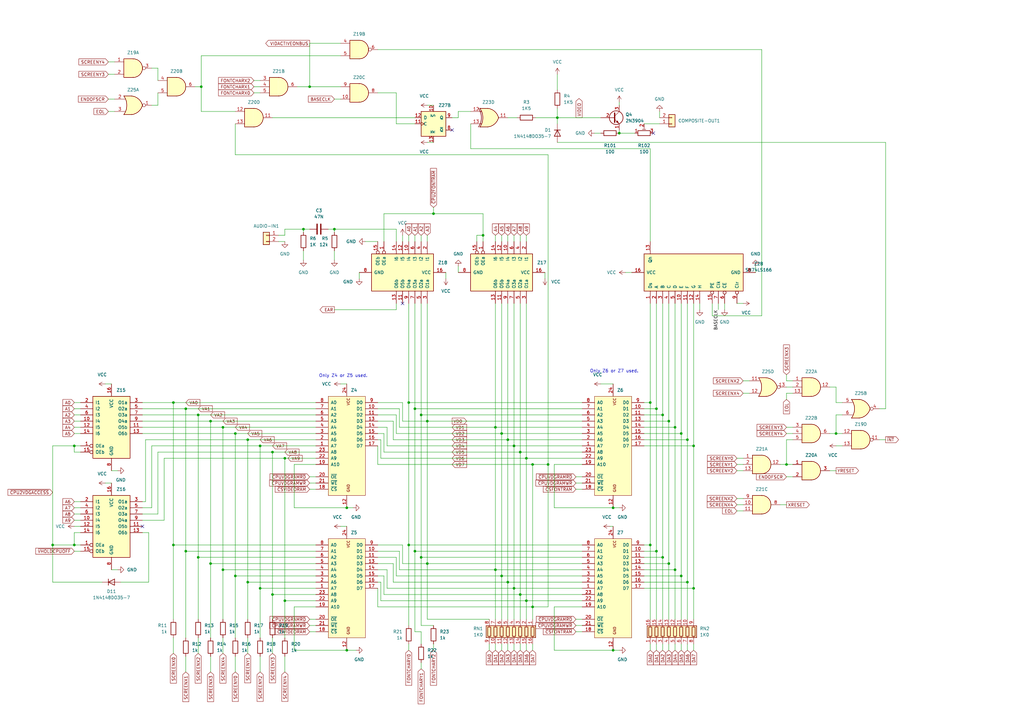
<source format=kicad_sch>
(kicad_sch (version 20211123) (generator eeschema)
  (paper "A3")
  (title_block (title "ACE2NOKB") (date "2019-09-17") (rev "Beta") (company "Ontobus") (comment 1 "John Bradley") (comment 2 "https://creativecommons.org/licenses/by-nc-sa/4.0/") (comment 3 "Attribution-NonCommercial-ShareAlike 4.0 International License.") (comment 4 "This work is licensed under a Creative Commons "))
  (junction (at 30.48 182.88))
  (junction (at 215.9 246.38))
  (junction (at 101.6 238.76))
  (junction (at 81.28 228.6))
  (junction (at 203.2 175.26))
  (junction (at 266.7 223.52))
  (junction (at 71.12 165.1))
  (junction (at 172.72 228.6))
  (junction (at 177.8 87.63))
  (junction (at 251.46 266.7))
  (junction (at 215.9 187.96))
  (junction (at 91.44 233.68))
  (junction (at 274.32 231.14))
  (junction (at 96.52 236.22))
  (junction (at 322.58 190.5))
  (junction (at 142.24 208.28))
  (junction (at 266.7 165.1))
  (junction (at 208.28 238.76))
  (junction (at 172.72 170.18))
  (junction (at 30.48 223.52))
  (junction (at 127 35.56))
  (junction (at 116.84 187.96))
  (junction (at 269.24 226.06))
  (junction (at 276.86 175.26))
  (junction (at 82.55 35.56))
  (junction (at 106.68 182.88))
  (junction (at 281.94 238.76))
  (junction (at 210.82 241.3))
  (junction (at 213.36 185.42))
  (junction (at 279.4 236.22))
  (junction (at 96.52 177.8))
  (junction (at 213.36 243.84))
  (junction (at 210.82 182.88))
  (junction (at 228.6 48.26))
  (junction (at 218.44 190.5))
  (junction (at 71.12 223.52))
  (junction (at 251.46 208.28))
  (junction (at 86.36 231.14))
  (junction (at 271.78 170.18))
  (junction (at 274.32 172.72))
  (junction (at 284.48 182.88))
  (junction (at 76.2 226.06))
  (junction (at 198.12 96.52))
  (junction (at 205.74 177.8))
  (junction (at 203.2 233.68))
  (junction (at 224.79 190.5))
  (junction (at 167.64 165.1))
  (junction (at 170.18 167.64))
  (junction (at 208.28 180.34))
  (junction (at 281.94 180.34))
  (junction (at 91.44 175.26))
  (junction (at 124.46 93.98))
  (junction (at 116.84 246.38))
  (junction (at 142.24 266.7))
  (junction (at 106.68 241.3))
  (junction (at 254 54.61))
  (junction (at 271.78 228.6))
  (junction (at 205.74 236.22))
  (junction (at 111.76 185.42))
  (junction (at 111.76 243.84))
  (junction (at 21.59 223.52))
  (junction (at 276.86 233.68))
  (junction (at 81.28 170.18))
  (junction (at 170.18 226.06))
  (junction (at 269.24 167.64))
  (junction (at 175.26 231.14))
  (junction (at 279.4 177.8))
  (junction (at 175.26 172.72))
  (junction (at 342.9 177.8))
  (junction (at 167.64 223.52))
  (junction (at 86.36 172.72))
  (junction (at 137.16 93.98))
  (junction (at 76.2 167.64))
  (junction (at 218.44 248.92))
  (junction (at 101.6 180.34))
  (junction (at 284.48 241.3))
  (no_connect (at 267.97 54.61))
  (no_connect (at 58.42 215.9))
  (no_connect (at 165.1 124.46))
  (no_connect (at 185.42 53.34))
  (wire (pts (xy 177.8 87.63) (xy 198.12 87.63)))
  (wire (pts (xy 254 54.61) (xy 260.35 54.61)))
  (wire (pts (xy 154.94 248.92) (xy 218.44 248.92)))
  (wire (pts (xy 264.16 172.72) (xy 274.32 172.72)))
  (wire (pts (xy 157.48 243.84) (xy 157.48 236.22)))
  (wire (pts (xy 129.54 243.84) (xy 111.76 243.84)))
  (wire (pts (xy 208.28 238.76) (xy 208.28 254)))
  (wire (pts (xy 213.36 185.42) (xy 213.36 243.84)))
  (wire (pts (xy 162.56 50.8) (xy 170.18 50.8)))
  (wire (pts (xy 59.69 205.74) (xy 59.69 180.34)))
  (wire (pts (xy 345.44 182.88) (xy 342.9 182.88)))
  (wire (pts (xy 274.32 231.14) (xy 274.32 254)))
  (wire (pts (xy 254 53.34) (xy 254 54.61)))
  (wire (pts (xy 215.9 187.96) (xy 156.21 187.96)))
  (wire (pts (xy 238.76 182.88) (xy 210.82 182.88)))
  (wire (pts (xy 213.36 243.84) (xy 157.48 243.84)))
  (wire (pts (xy 312.42 20.32) (xy 312.42 129.54)))
  (wire (pts (xy 228.6 58.42) (xy 363.22 58.42)))
  (wire (pts (xy 266.7 223.52) (xy 266.7 254)))
  (wire (pts (xy 120.65 208.28) (xy 142.24 208.28)))
  (wire (pts (xy 71.12 165.1) (xy 129.54 165.1)))
  (wire (pts (xy 33.02 170.18) (xy 30.48 170.18)))
  (wire (pts (xy 116.84 93.98) (xy 124.46 93.98)))
  (wire (pts (xy 264.16 226.06) (xy 269.24 226.06)))
  (wire (pts (xy 325.12 190.5) (xy 322.58 190.5)))
  (wire (pts (xy 342.9 165.1) (xy 345.44 165.1)))
  (wire (pts (xy 269.24 264.16) (xy 269.24 266.7)))
  (wire (pts (xy 302.26 204.47) (xy 304.8 204.47)))
  (wire (pts (xy 82.55 35.56) (xy 82.55 45.72)))
  (wire (pts (xy 238.76 187.96) (xy 215.9 187.96)))
  (wire (pts (xy 58.42 177.8) (xy 96.52 177.8)))
  (wire (pts (xy 210.82 182.88) (xy 210.82 241.3)))
  (wire (pts (xy 340.36 158.75) (xy 342.9 158.75)))
  (wire (pts (xy 96.52 177.8) (xy 96.52 236.22)))
  (wire (pts (xy 162.56 170.18) (xy 154.94 170.18)))
  (wire (pts (xy 187.96 45.72) (xy 193.04 45.72)))
  (wire (pts (xy 146.05 266.7) (xy 142.24 266.7)))
  (wire (pts (xy 161.29 172.72) (xy 161.29 180.34)))
  (wire (pts (xy 161.29 231.14) (xy 161.29 238.76)))
  (wire (pts (xy 162.56 50.8) (xy 162.56 38.1)))
  (wire (pts (xy 127 256.54) (xy 129.54 256.54)))
  (wire (pts (xy 76.2 226.06) (xy 76.2 261.62)))
  (wire (pts (xy 264.16 223.52) (xy 266.7 223.52)))
  (wire (pts (xy 30.48 223.52) (xy 33.02 223.52)))
  (wire (pts (xy 111.76 48.26) (xy 170.18 48.26)))
  (wire (pts (xy 238.76 170.18) (xy 172.72 170.18)))
  (wire (pts (xy 129.54 170.18) (xy 81.28 170.18)))
  (wire (pts (xy 161.29 238.76) (xy 208.28 238.76)))
  (wire (pts (xy 81.28 228.6) (xy 81.28 254)))
  (wire (pts (xy 129.54 226.06) (xy 76.2 226.06)))
  (wire (pts (xy 238.76 246.38) (xy 215.9 246.38)))
  (wire (pts (xy 266.7 124.46) (xy 266.7 165.1)))
  (wire (pts (xy 228.6 44.45) (xy 228.6 48.26)))
  (wire (pts (xy 58.42 213.36) (xy 67.31 213.36)))
  (wire (pts (xy 238.76 226.06) (xy 170.18 226.06)))
  (wire (pts (xy 134.62 93.98) (xy 137.16 93.98)))
  (wire (pts (xy 162.56 127) (xy 137.16 127)))
  (wire (pts (xy 284.48 124.46) (xy 284.48 182.88)))
  (wire (pts (xy 157.48 87.63) (xy 177.8 87.63)))
  (wire (pts (xy 251.46 208.28) (xy 254 208.28)))
  (wire (pts (xy 213.36 185.42) (xy 157.48 185.42)))
  (wire (pts (xy 266.7 60.96) (xy 193.04 60.96)))
  (wire (pts (xy 187.96 48.26) (xy 187.96 45.72)))
  (wire (pts (xy 264.16 177.8) (xy 279.4 177.8)))
  (wire (pts (xy 172.72 259.08) (xy 170.18 259.08)))
  (wire (pts (xy 266.7 264.16) (xy 266.7 266.7)))
  (wire (pts (xy 101.6 238.76) (xy 101.6 254)))
  (wire (pts (xy 342.9 177.8) (xy 345.44 177.8)))
  (wire (pts (xy 264.16 228.6) (xy 271.78 228.6)))
  (wire (pts (xy 127 254) (xy 129.54 254)))
  (wire (pts (xy 175.26 124.46) (xy 175.26 172.72)))
  (wire (pts (xy 154.94 231.14) (xy 161.29 231.14)))
  (wire (pts (xy 238.76 248.92) (xy 227.33 248.92)))
  (wire (pts (xy 208.28 238.76) (xy 238.76 238.76)))
  (wire (pts (xy 33.02 226.06) (xy 30.48 226.06)))
  (wire (pts (xy 96.52 50.8) (xy 96.52 63.5)))
  (wire (pts (xy 111.76 185.42) (xy 111.76 243.84)))
  (wire (pts (xy 236.22 195.58) (xy 238.76 195.58)))
  (wire (pts (xy 81.28 170.18) (xy 81.28 228.6)))
  (wire (pts (xy 129.54 228.6) (xy 81.28 228.6)))
  (wire (pts (xy 224.79 248.92) (xy 224.79 190.5)))
  (wire (pts (xy 58.42 165.1) (xy 71.12 165.1)))
  (wire (pts (xy 167.64 165.1) (xy 167.64 223.52)))
  (wire (pts (xy 218.44 264.16) (xy 218.44 266.7)))
  (wire (pts (xy 116.84 99.06) (xy 114.3 99.06)))
  (wire (pts (xy 264.16 241.3) (xy 284.48 241.3)))
  (wire (pts (xy 33.02 205.74) (xy 30.48 205.74)))
  (wire (pts (xy 33.02 185.42) (xy 30.48 185.42)))
  (wire (pts (xy 198.12 96.52) (xy 198.12 87.63)))
  (wire (pts (xy 116.84 96.52) (xy 116.84 93.98)))
  (wire (pts (xy 224.79 63.5) (xy 224.79 190.5)))
  (wire (pts (xy 59.69 180.34) (xy 101.6 180.34)))
  (wire (pts (xy 96.52 269.24) (xy 96.52 275.59)))
  (wire (pts (xy 276.86 124.46) (xy 276.86 175.26)))
  (wire (pts (xy 86.36 172.72) (xy 86.36 231.14)))
  (wire (pts (xy 129.54 231.14) (xy 86.36 231.14)))
  (wire (pts (xy 154.94 167.64) (xy 163.83 167.64)))
  (wire (pts (xy 111.76 261.62) (xy 111.76 267.97)))
  (wire (pts (xy 302.26 207.01) (xy 304.8 207.01)))
  (wire (pts (xy 264.16 175.26) (xy 276.86 175.26)))
  (wire (pts (xy 165.1 99.06) (xy 165.1 96.52)))
  (wire (pts (xy 213.36 99.06) (xy 213.36 96.52)))
  (wire (pts (xy 86.36 269.24) (xy 86.36 275.59)))
  (wire (pts (xy 157.48 87.63) (xy 157.48 99.06)))
  (wire (pts (xy 21.59 182.88) (xy 21.59 223.52)))
  (wire (pts (xy 238.76 241.3) (xy 210.82 241.3)))
  (wire (pts (xy 215.9 124.46) (xy 215.9 187.96)))
  (wire (pts (xy 163.83 233.68) (xy 203.2 233.68)))
  (wire (pts (xy 264.16 167.64) (xy 269.24 167.64)))
  (wire (pts (xy 251.46 266.7) (xy 227.33 266.7)))
  (wire (pts (xy 269.24 226.06) (xy 269.24 254)))
  (wire (pts (xy 187.96 111.76) (xy 187.96 109.22)))
  (wire (pts (xy 223.52 111.76) (xy 223.52 114.3)))
  (wire (pts (xy 215.9 264.16) (xy 215.9 266.7)))
  (wire (pts (xy 292.1 129.54) (xy 312.42 129.54)))
  (wire (pts (xy 205.74 124.46) (xy 205.74 177.8)))
  (wire (pts (xy 205.74 236.22) (xy 205.74 254)))
  (wire (pts (xy 238.76 228.6) (xy 172.72 228.6)))
  (wire (pts (xy 91.44 233.68) (xy 91.44 254)))
  (wire (pts (xy 254 266.7) (xy 251.46 266.7)))
  (wire (pts (xy 210.82 264.16) (xy 210.82 266.7)))
  (wire (pts (xy 210.82 182.88) (xy 158.75 182.88)))
  (wire (pts (xy 279.4 124.46) (xy 279.4 177.8)))
  (wire (pts (xy 33.02 210.82) (xy 30.48 210.82)))
  (wire (pts (xy 302.26 190.5) (xy 304.8 190.5)))
  (wire (pts (xy 322.58 195.58) (xy 325.12 195.58)))
  (wire (pts (xy 129.54 233.68) (xy 91.44 233.68)))
  (wire (pts (xy 154.94 248.92) (xy 154.94 241.3)))
  (wire (pts (xy 76.2 269.24) (xy 76.2 275.59)))
  (wire (pts (xy 208.28 99.06) (xy 208.28 96.52)))
  (wire (pts (xy 307.34 156.21) (xy 304.8 156.21)))
  (wire (pts (xy 238.76 200.66) (xy 236.22 200.66)))
  (wire (pts (xy 210.82 241.3) (xy 210.82 254)))
  (wire (pts (xy 58.42 172.72) (xy 86.36 172.72)))
  (wire (pts (xy 302.26 193.04) (xy 304.8 193.04)))
  (wire (pts (xy 342.9 158.75) (xy 342.9 165.1)))
  (wire (pts (xy 279.4 264.16) (xy 279.4 266.7)))
  (wire (pts (xy 325.12 177.8) (xy 322.58 177.8)))
  (wire (pts (xy 127 198.12) (xy 129.54 198.12)))
  (wire (pts (xy 156.21 180.34) (xy 154.94 180.34)))
  (wire (pts (xy 58.42 218.44) (xy 60.96 218.44)))
  (wire (pts (xy 156.21 187.96) (xy 156.21 180.34)))
  (wire (pts (xy 238.76 165.1) (xy 167.64 165.1)))
  (wire (pts (xy 167.64 99.06) (xy 167.64 96.52)))
  (wire (pts (xy 322.58 158.75) (xy 325.12 158.75)))
  (wire (pts (xy 124.46 95.25) (xy 124.46 93.98)))
  (wire (pts (xy 33.02 177.8) (xy 30.48 177.8)))
  (wire (pts (xy 101.6 180.34) (xy 101.6 238.76)))
  (wire (pts (xy 215.9 99.06) (xy 215.9 96.52)))
  (wire (pts (xy 116.84 246.38) (xy 116.84 261.62)))
  (wire (pts (xy 71.12 261.62) (xy 71.12 267.97)))
  (wire (pts (xy 170.18 167.64) (xy 170.18 124.46)))
  (wire (pts (xy 269.24 124.46) (xy 269.24 167.64)))
  (wire (pts (xy 127 200.66) (xy 129.54 200.66)))
  (wire (pts (xy 137.16 106.68) (xy 137.16 102.87)))
  (wire (pts (xy 46.99 45.72) (xy 44.45 45.72)))
  (wire (pts (xy 30.48 223.52) (xy 30.48 218.44)))
  (wire (pts (xy 21.59 223.52) (xy 21.59 238.76)))
  (wire (pts (xy 322.58 161.29) (xy 325.12 161.29)))
  (wire (pts (xy 62.23 182.88) (xy 106.68 182.88)))
  (wire (pts (xy 213.36 124.46) (xy 213.36 185.42)))
  (wire (pts (xy 215.9 246.38) (xy 215.9 254)))
  (wire (pts (xy 274.32 264.16) (xy 274.32 266.7)))
  (wire (pts (xy 205.74 99.06) (xy 205.74 96.52)))
  (wire (pts (xy 208.28 180.34) (xy 238.76 180.34)))
  (wire (pts (xy 30.48 182.88) (xy 21.59 182.88)))
  (wire (pts (xy 129.54 248.92) (xy 120.65 248.92)))
  (wire (pts (xy 116.84 269.24) (xy 116.84 275.59)))
  (wire (pts (xy 269.24 167.64) (xy 269.24 226.06)))
  (wire (pts (xy 127 35.56) (xy 139.7 35.56)))
  (wire (pts (xy 106.68 182.88) (xy 129.54 182.88)))
  (wire (pts (xy 342.9 170.18) (xy 345.44 170.18)))
  (wire (pts (xy 82.55 45.72) (xy 96.52 45.72)))
  (wire (pts (xy 340.36 193.04) (xy 342.9 193.04)))
  (wire (pts (xy 45.72 157.48) (xy 43.18 157.48)))
  (wire (pts (xy 106.68 33.02) (xy 104.14 33.02)))
  (wire (pts (xy 238.76 190.5) (xy 227.33 190.5)))
  (wire (pts (xy 363.22 167.64) (xy 360.68 167.64)))
  (wire (pts (xy 203.2 175.26) (xy 203.2 233.68)))
  (wire (pts (xy 147.32 111.76) (xy 147.32 114.3)))
  (wire (pts (xy 142.24 208.28) (xy 144.78 208.28)))
  (wire (pts (xy 154.94 190.5) (xy 154.94 182.88)))
  (wire (pts (xy 156.21 238.76) (xy 154.94 238.76)))
  (wire (pts (xy 67.31 187.96) (xy 116.84 187.96)))
  (wire (pts (xy 64.77 27.94) (xy 64.77 33.02)))
  (wire (pts (xy 121.92 35.56) (xy 127 35.56)))
  (wire (pts (xy 238.76 223.52) (xy 167.64 223.52)))
  (wire (pts (xy 163.83 226.06) (xy 163.83 233.68)))
  (wire (pts (xy 129.54 241.3) (xy 106.68 241.3)))
  (wire (pts (xy 129.54 190.5) (xy 120.65 190.5)))
  (wire (pts (xy 157.48 177.8) (xy 154.94 177.8)))
  (wire (pts (xy 264.16 50.8) (xy 270.51 50.8)))
  (wire (pts (xy 91.44 175.26) (xy 91.44 233.68)))
  (wire (pts (xy 259.08 111.76) (xy 256.54 111.76)))
  (wire (pts (xy 45.72 198.12) (xy 43.18 198.12)))
  (wire (pts (xy 195.58 96.52) (xy 198.12 96.52)))
  (wire (pts (xy 274.32 172.72) (xy 274.32 231.14)))
  (wire (pts (xy 281.94 180.34) (xy 281.94 238.76)))
  (wire (pts (xy 279.4 177.8) (xy 279.4 236.22)))
  (wire (pts (xy 340.36 177.8) (xy 342.9 177.8)))
  (wire (pts (xy 165.1 165.1) (xy 154.94 165.1)))
  (wire (pts (xy 154.94 172.72) (xy 161.29 172.72)))
  (wire (pts (xy 276.86 175.26) (xy 276.86 233.68)))
  (wire (pts (xy 129.54 223.52) (xy 71.12 223.52)))
  (wire (pts (xy 137.16 93.98) (xy 162.56 93.98)))
  (wire (pts (xy 236.22 198.12) (xy 238.76 198.12)))
  (wire (pts (xy 203.2 233.68) (xy 203.2 254)))
  (wire (pts (xy 322.58 156.21) (xy 325.12 156.21)))
  (wire (pts (xy 320.04 190.5) (xy 322.58 190.5)))
  (wire (pts (xy 172.72 170.18) (xy 172.72 124.46)))
  (wire (pts (xy 167.64 223.52) (xy 167.64 256.54)))
  (wire (pts (xy 264.16 182.88) (xy 284.48 182.88)))
  (wire (pts (xy 154.94 38.1) (xy 162.56 38.1)))
  (wire (pts (xy 96.52 63.5) (xy 224.79 63.5)))
  (wire (pts (xy 163.83 167.64) (xy 163.83 175.26)))
  (wire (pts (xy 71.12 165.1) (xy 71.12 223.52)))
  (wire (pts (xy 208.28 264.16) (xy 208.28 266.7)))
  (wire (pts (xy 264.16 233.68) (xy 276.86 233.68)))
  (wire (pts (xy 170.18 226.06) (xy 170.18 259.08)))
  (wire (pts (xy 33.02 182.88) (xy 30.48 182.88)))
  (wire (pts (xy 175.26 254) (xy 200.66 254)))
  (wire (pts (xy 213.36 243.84) (xy 213.36 254)))
  (wire (pts (xy 276.86 264.16) (xy 276.86 266.7)))
  (wire (pts (xy 210.82 99.06) (xy 210.82 96.52)))
  (wire (pts (xy 281.94 124.46) (xy 281.94 180.34)))
  (wire (pts (xy 149.86 99.06) (xy 154.94 99.06)))
  (wire (pts (xy 195.58 96.52) (xy 195.58 99.06)))
  (wire (pts (xy 322.58 190.5) (xy 322.58 180.34)))
  (wire (pts (xy 177.8 85.09) (xy 177.8 87.63)))
  (wire (pts (xy 342.9 170.18) (xy 342.9 177.8)))
  (wire (pts (xy 172.72 228.6) (xy 172.72 256.54)))
  (wire (pts (xy 177.8 43.18) (xy 175.26 43.18)))
  (wire (pts (xy 218.44 190.5) (xy 224.79 190.5)))
  (wire (pts (xy 177.8 256.54) (xy 172.72 256.54)))
  (wire (pts (xy 254 43.18) (xy 254 41.91)))
  (wire (pts (xy 106.68 269.24) (xy 106.68 275.59)))
  (wire (pts (xy 238.76 243.84) (xy 213.36 243.84)))
  (wire (pts (xy 96.52 177.8) (xy 129.54 177.8)))
  (wire (pts (xy 182.88 111.76) (xy 182.88 114.3)))
  (wire (pts (xy 264.16 231.14) (xy 274.32 231.14)))
  (wire (pts (xy 170.18 99.06) (xy 170.18 96.52)))
  (wire (pts (xy 284.48 182.88) (xy 284.48 241.3)))
  (wire (pts (xy 227.33 248.92) (xy 227.33 266.7)))
  (wire (pts (xy 71.12 223.52) (xy 71.12 254)))
  (wire (pts (xy 154.94 175.26) (xy 158.75 175.26)))
  (wire (pts (xy 64.77 185.42) (xy 111.76 185.42)))
  (wire (pts (xy 161.29 180.34) (xy 208.28 180.34)))
  (wire (pts (xy 76.2 167.64) (xy 76.2 226.06)))
  (wire (pts (xy 167.64 264.16) (xy 167.64 266.7)))
  (wire (pts (xy 205.74 264.16) (xy 205.74 266.7)))
  (wire (pts (xy 157.48 185.42) (xy 157.48 177.8)))
  (wire (pts (xy 203.2 99.06) (xy 203.2 96.52)))
  (wire (pts (xy 111.76 243.84) (xy 111.76 254)))
  (wire (pts (xy 264.16 238.76) (xy 281.94 238.76)))
  (wire (pts (xy 154.94 20.32) (xy 312.42 20.32)))
  (wire (pts (xy 104.14 35.56) (xy 106.68 35.56)))
  (wire (pts (xy 360.68 180.34) (xy 363.22 180.34)))
  (wire (pts (xy 246.38 54.61) (xy 243.84 54.61)))
  (wire (pts (xy 165.1 223.52) (xy 154.94 223.52)))
  (wire (pts (xy 45.72 233.68) (xy 48.26 233.68)))
  (wire (pts (xy 307.34 161.29) (xy 304.8 161.29)))
  (wire (pts (xy 21.59 238.76) (xy 41.91 238.76)))
  (wire (pts (xy 205.74 177.8) (xy 205.74 236.22)))
  (wire (pts (xy 228.6 50.8) (xy 228.6 48.26)))
  (wire (pts (xy 271.78 264.16) (xy 271.78 266.7)))
  (wire (pts (xy 157.48 236.22) (xy 154.94 236.22)))
  (wire (pts (xy 309.88 111.76) (xy 309.88 109.22)))
  (wire (pts (xy 33.02 208.28) (xy 30.48 208.28)))
  (wire (pts (xy 266.7 165.1) (xy 266.7 223.52)))
  (wire (pts (xy 274.32 124.46) (xy 274.32 172.72)))
  (wire (pts (xy 175.26 99.06) (xy 175.26 96.52)))
  (wire (pts (xy 137.16 95.25) (xy 137.16 93.98)))
  (wire (pts (xy 62.23 43.18) (xy 64.77 43.18)))
  (wire (pts (xy 120.65 248.92) (xy 120.65 266.7)))
  (wire (pts (xy 292.1 129.54) (xy 292.1 124.46)))
  (wire (pts (xy 129.54 238.76) (xy 101.6 238.76)))
  (wire (pts (xy 30.48 218.44) (xy 33.02 218.44)))
  (wire (pts (xy 67.31 213.36) (xy 67.31 187.96)))
  (wire (pts (xy 251.46 215.9) (xy 250.19 215.9)))
  (wire (pts (xy 101.6 261.62) (xy 101.6 267.97)))
  (wire (pts (xy 106.68 182.88) (xy 106.68 241.3)))
  (wire (pts (xy 142.24 215.9) (xy 139.7 215.9)))
  (wire (pts (xy 82.55 35.56) (xy 82.55 22.86)))
  (wire (pts (xy 127 259.08) (xy 129.54 259.08)))
  (wire (pts (xy 86.36 231.14) (xy 86.36 261.62)))
  (wire (pts (xy 172.72 170.18) (xy 172.72 228.6)))
  (wire (pts (xy 238.76 167.64) (xy 170.18 167.64)))
  (wire (pts (xy 219.71 48.26) (xy 228.6 48.26)))
  (wire (pts (xy 228.6 30.48) (xy 228.6 36.83)))
  (wire (pts (xy 154.94 226.06) (xy 163.83 226.06)))
  (wire (pts (xy 203.2 175.26) (xy 238.76 175.26)))
  (wire (pts (xy 203.2 264.16) (xy 203.2 266.7)))
  (wire (pts (xy 156.21 246.38) (xy 156.21 238.76)))
  (wire (pts (xy 238.76 236.22) (xy 205.74 236.22)))
  (wire (pts (xy 215.9 246.38) (xy 156.21 246.38)))
  (wire (pts (xy 238.76 231.14) (xy 175.26 231.14)))
  (wire (pts (xy 210.82 124.46) (xy 210.82 182.88)))
  (wire (pts (xy 279.4 236.22) (xy 279.4 254)))
  (wire (pts (xy 264.16 180.34) (xy 281.94 180.34)))
  (wire (pts (xy 106.68 241.3) (xy 106.68 261.62)))
  (wire (pts (xy 162.56 236.22) (xy 162.56 228.6)))
  (wire (pts (xy 46.99 30.48) (xy 44.45 30.48)))
  (wire (pts (xy 251.46 157.48) (xy 246.38 157.48)))
  (wire (pts (xy 177.8 58.42) (xy 175.26 58.42)))
  (wire (pts (xy 210.82 241.3) (xy 158.75 241.3)))
  (wire (pts (xy 284.48 241.3) (xy 284.48 254)))
  (wire (pts (xy 91.44 175.26) (xy 129.54 175.26)))
  (wire (pts (xy 91.44 261.62) (xy 91.44 267.97)))
  (wire (pts (xy 46.99 40.64) (xy 44.45 40.64)))
  (wire (pts (xy 30.48 185.42) (xy 30.48 182.88)))
  (wire (pts (xy 294.64 124.46) (xy 294.64 127)))
  (wire (pts (xy 165.1 231.14) (xy 165.1 223.52)))
  (wire (pts (xy 172.72 271.78) (xy 172.72 274.32)))
  (wire (pts (xy 175.26 231.14) (xy 175.26 254)))
  (wire (pts (xy 129.54 236.22) (xy 96.52 236.22)))
  (wire (pts (xy 80.01 35.56) (xy 82.55 35.56)))
  (wire (pts (xy 172.72 99.06) (xy 172.72 96.52)))
  (wire (pts (xy 60.96 238.76) (xy 49.53 238.76)))
  (wire (pts (xy 81.28 170.18) (xy 58.42 170.18)))
  (wire (pts (xy 238.76 185.42) (xy 213.36 185.42)))
  (wire (pts (xy 129.54 195.58) (xy 127 195.58)))
  (wire (pts (xy 271.78 228.6) (xy 271.78 254)))
  (wire (pts (xy 76.2 167.64) (xy 129.54 167.64)))
  (wire (pts (xy 106.68 38.1) (xy 104.14 38.1)))
  (wire (pts (xy 139.7 40.64) (xy 137.16 40.64)))
  (wire (pts (xy 175.26 172.72) (xy 175.26 231.14)))
  (wire (pts (xy 124.46 93.98) (xy 127 93.98)))
  (wire (pts (xy 228.6 48.26) (xy 246.38 48.26)))
  (wire (pts (xy 238.76 177.8) (xy 205.74 177.8)))
  (wire (pts (xy 205.74 236.22) (xy 162.56 236.22)))
  (wire (pts (xy 227.33 190.5) (xy 227.33 208.28)))
  (wire (pts (xy 33.02 175.26) (xy 30.48 175.26)))
  (wire (pts (xy 322.58 161.29) (xy 322.58 163.83)))
  (wire (pts (xy 281.94 264.16) (xy 281.94 266.7)))
  (wire (pts (xy 30.48 215.9) (xy 33.02 215.9)))
  (wire (pts (xy 238.76 254) (xy 236.22 254)))
  (wire (pts (xy 33.02 165.1) (xy 30.48 165.1)))
  (wire (pts (xy 60.96 218.44) (xy 60.96 238.76)))
  (wire (pts (xy 276.86 233.68) (xy 276.86 254)))
  (wire (pts (xy 86.36 172.72) (xy 129.54 172.72)))
  (wire (pts (xy 218.44 190.5) (xy 218.44 248.92)))
  (wire (pts (xy 167.64 124.46) (xy 167.64 165.1)))
  (wire (pts (xy 58.42 175.26) (xy 91.44 175.26)))
  (wire (pts (xy 238.76 172.72) (xy 175.26 172.72)))
  (wire (pts (xy 142.24 157.48) (xy 139.7 157.48)))
  (wire (pts (xy 227.33 208.28) (xy 251.46 208.28)))
  (wire (pts (xy 33.02 172.72) (xy 30.48 172.72)))
  (wire (pts (xy 58.42 167.64) (xy 76.2 167.64)))
  (wire (pts (xy 120.65 266.7) (xy 142.24 266.7)))
  (wire (pts (xy 175.26 231.14) (xy 165.1 231.14)))
  (wire (pts (xy 163.83 175.26) (xy 203.2 175.26)))
  (wire (pts (xy 127 17.78) (xy 139.7 17.78)))
  (wire (pts (xy 236.22 256.54) (xy 238.76 256.54)))
  (wire (pts (xy 287.02 124.46) (xy 287.02 127)))
  (wire (pts (xy 154.94 190.5) (xy 218.44 190.5)))
  (wire (pts (xy 81.28 261.62) (xy 81.28 267.97)))
  (wire (pts (xy 116.84 187.96) (xy 129.54 187.96)))
  (wire (pts (xy 264.16 170.18) (xy 271.78 170.18)))
  (wire (pts (xy 158.75 241.3) (xy 158.75 233.68)))
  (wire (pts (xy 322.58 180.34) (xy 325.12 180.34)))
  (wire (pts (xy 162.56 228.6) (xy 154.94 228.6)))
  (wire (pts (xy 203.2 124.46) (xy 203.2 175.26)))
  (wire (pts (xy 284.48 264.16) (xy 284.48 266.7)))
  (wire (pts (xy 33.02 213.36) (xy 30.48 213.36)))
  (wire (pts (xy 45.72 193.04) (xy 48.26 193.04)))
  (wire (pts (xy 266.7 99.06) (xy 266.7 60.96)))
  (wire (pts (xy 62.23 208.28) (xy 62.23 182.88)))
  (wire (pts (xy 200.66 264.16) (xy 200.66 266.7)))
  (wire (pts (xy 193.04 60.96) (xy 193.04 50.8)))
  (wire (pts (xy 58.42 210.82) (xy 64.77 210.82)))
  (wire (pts (xy 264.16 165.1) (xy 266.7 165.1)))
  (wire (pts (xy 162.56 124.46) (xy 162.56 127)))
  (wire (pts (xy 325.12 175.26) (xy 322.58 175.26)))
  (wire (pts (xy 198.12 99.06) (xy 198.12 96.52)))
  (wire (pts (xy 281.94 238.76) (xy 281.94 254)))
  (wire (pts (xy 205.74 177.8) (xy 162.56 177.8)))
  (wire (pts (xy 64.77 210.82) (xy 64.77 185.42)))
  (wire (pts (xy 162.56 99.06) (xy 162.56 93.98)))
  (wire (pts (xy 58.42 205.74) (xy 59.69 205.74)))
  (wire (pts (xy 170.18 167.64) (xy 170.18 226.06)))
  (wire (pts (xy 172.72 264.16) (xy 172.72 259.08)))
  (wire (pts (xy 203.2 233.68) (xy 238.76 233.68)))
  (wire (pts (xy 270.51 48.26) (xy 270.51 45.72)))
  (wire (pts (xy 114.3 96.52) (xy 116.84 96.52)))
  (wire (pts (xy 46.99 25.4) (xy 44.45 25.4)))
  (wire (pts (xy 363.22 58.42) (xy 363.22 167.64)))
  (wire (pts (xy 127 35.56) (xy 127 17.78)))
  (wire (pts (xy 302.26 124.46) (xy 304.8 124.46)))
  (wire (pts (xy 213.36 264.16) (xy 213.36 266.7)))
  (wire (pts (xy 82.55 22.86) (xy 139.7 22.86)))
  (wire (pts (xy 175.26 172.72) (xy 165.1 172.72)))
  (wire (pts (xy 21.59 223.52) (xy 30.48 223.52)))
  (wire (pts (xy 297.18 124.46) (xy 297.18 127)))
  (wire (pts (xy 33.02 167.64) (xy 30.48 167.64)))
  (wire (pts (xy 271.78 124.46) (xy 271.78 170.18)))
  (wire (pts (xy 264.16 236.22) (xy 279.4 236.22)))
  (wire (pts (xy 96.52 236.22) (xy 96.52 261.62)))
  (wire (pts (xy 208.28 48.26) (xy 212.09 48.26)))
  (wire (pts (xy 124.46 102.87) (xy 124.46 106.68)))
  (wire (pts (xy 101.6 180.34) (xy 129.54 180.34)))
  (wire (pts (xy 58.42 208.28) (xy 62.23 208.28)))
  (wire (pts (xy 238.76 259.08) (xy 236.22 259.08)))
  (wire (pts (xy 154.94 233.68) (xy 158.75 233.68)))
  (wire (pts (xy 218.44 248.92) (xy 224.79 248.92)))
  (wire (pts (xy 165.1 172.72) (xy 165.1 165.1)))
  (wire (pts (xy 215.9 187.96) (xy 215.9 246.38)))
  (wire (pts (xy 208.28 124.46) (xy 208.28 180.34)))
  (wire (pts (xy 111.76 185.42) (xy 129.54 185.42)))
  (wire (pts (xy 162.56 177.8) (xy 162.56 170.18)))
  (wire (pts (xy 320.04 207.01) (xy 322.58 207.01)))
  (wire (pts (xy 322.58 156.21) (xy 322.58 153.67)))
  (wire (pts (xy 120.65 190.5) (xy 120.65 208.28)))
  (wire (pts (xy 302.26 187.96) (xy 304.8 187.96)))
  (wire (pts (xy 271.78 170.18) (xy 271.78 228.6)))
  (wire (pts (xy 64.77 43.18) (xy 64.77 38.1)))
  (wire (pts (xy 302.26 209.55) (xy 304.8 209.55)))
  (wire (pts (xy 116.84 187.96) (xy 116.84 246.38)))
  (wire (pts (xy 129.54 246.38) (xy 116.84 246.38)))
  (wire (pts (xy 62.23 27.94) (xy 64.77 27.94)))
  (wire (pts (xy 218.44 248.92) (xy 218.44 254)))
  (wire (pts (xy 208.28 180.34) (xy 208.28 238.76)))
  (wire (pts (xy 185.42 48.26) (xy 187.96 48.26)))
  (wire (pts (xy 177.8 264.16) (xy 177.8 266.7)))
  (wire (pts (xy 158.75 182.88) (xy 158.75 175.26)))
  (text "Only Z4 or Z5 used." (at 130.81 154.94 0) (effects (font (size 1.27 1.27)) (justify left bottom)))
  (text "Only Z6 or Z7 used." (at 241.935 153.035 0) (effects (font (size 1.27 1.27)) (justify left bottom)))
  (label "BASECLK" (at 294.64 127 90))
  (global_label "ENDOFSCR" (shape input) (at 44.45 40.64 180) (property "Intersheet References" "${INTERSHEET_REFS}" (at 32.2077 40.5606 0) (effects (justify right))))
  (global_label "A2" (shape input) (at 30.48 170.18 180) (property "Intersheet References" "${INTERSHEET_REFS}" (at 25.8577 170.1006 0) (effects (justify right))))
  (global_label "DA5" (shape input) (at 279.4 266.7 270) (property "Intersheet References" "${INTERSHEET_REFS}" (at 279.3206 272.5923 90) (effects (justify right))))
  (global_label "~{CSFONTRAM}" (shape input) (at 236.22 200.66 180) (property "Intersheet References" "${INTERSHEET_REFS}" (at 222.8891 200.5806 0) (effects (justify right))))
  (global_label "FONTCHARX1" (shape input) (at 104.14 35.56 180) (property "Intersheet References" "${INTERSHEET_REFS}" (at 89.7206 35.4806 0) (effects (justify right))))
  (global_label "DA7" (shape input) (at 218.44 266.7 270) (property "Intersheet References" "${INTERSHEET_REFS}" (at 218.3606 272.5923 90) (effects (justify right))))
  (global_label "A5" (shape input) (at 30.48 177.8 180) (property "Intersheet References" "${INTERSHEET_REFS}" (at 25.8577 177.7206 0) (effects (justify right))))
  (global_label "VA1" (shape input) (at 81.28 167.64 0) (property "Intersheet References" "${INTERSHEET_REFS}" (at 86.9909 167.5606 0) (effects (justify left))))
  (global_label "SCREENX2" (shape input) (at 81.28 267.97 270) (property "Intersheet References" "${INTERSHEET_REFS}" (at 81.2006 280.0913 90) (effects (justify right))))
  (global_label "SCREENX2" (shape input) (at 304.8 156.21 180) (property "Intersheet References" "${INTERSHEET_REFS}" (at 292.6787 156.1306 0) (effects (justify right))))
  (global_label "VA2" (shape input) (at 86.36 170.18 0) (property "Intersheet References" "${INTERSHEET_REFS}" (at 92.0709 170.1006 0) (effects (justify left))))
  (global_label "~{CPU2VDGACCESS}" (shape input) (at 21.59 201.93 180) (property "Intersheet References" "${INTERSHEET_REFS}" (at 4.5701 201.8506 0) (effects (justify right))))
  (global_label "A2" (shape input) (at 172.72 96.52 90) (property "Intersheet References" "${INTERSHEET_REFS}" (at 172.6406 91.8977 90) (effects (justify left))))
  (global_label "VD0" (shape output) (at 185.42 172.72 0) (property "Intersheet References" "${INTERSHEET_REFS}" (at 191.3123 172.6406 0) (effects (justify left))))
  (global_label "DA1" (shape input) (at 269.24 266.7 270) (property "Intersheet References" "${INTERSHEET_REFS}" (at 269.1606 272.5923 90) (effects (justify right))))
  (global_label "A3" (shape input) (at 30.48 172.72 180) (property "Intersheet References" "${INTERSHEET_REFS}" (at 25.8577 172.6406 0) (effects (justify right))))
  (global_label "A0" (shape input) (at 30.48 165.1 180) (property "Intersheet References" "${INTERSHEET_REFS}" (at 25.8577 165.0206 0) (effects (justify right))))
  (global_label "VIDEO" (shape output) (at 237.49 48.26 90) (property "Intersheet References" "${INTERSHEET_REFS}" (at 237.4106 40.4929 90) (effects (justify left))))
  (global_label "A7" (shape input) (at 30.48 208.28 180) (property "Intersheet References" "${INTERSHEET_REFS}" (at 25.8577 208.2006 0) (effects (justify right))))
  (global_label "~{CPU2FONTRAM}" (shape input) (at 177.8 85.09 90) (property "Intersheet References" "${INTERSHEET_REFS}" (at 177.7206 69.1587 90) (effects (justify left))))
  (global_label "DA0" (shape input) (at 266.7 266.7 270) (property "Intersheet References" "${INTERSHEET_REFS}" (at 266.6206 272.5923 90) (effects (justify right))))
  (global_label "A1" (shape input) (at 170.18 96.52 90) (property "Intersheet References" "${INTERSHEET_REFS}" (at 170.1006 91.8977 90) (effects (justify left))))
  (global_label "SCREENY3" (shape input) (at 322.58 175.26 180) (property "Intersheet References" "${INTERSHEET_REFS}" (at 310.5796 175.1806 0) (effects (justify right))))
  (global_label "DA4" (shape input) (at 210.82 266.7 270) (property "Intersheet References" "${INTERSHEET_REFS}" (at 210.7406 272.5923 90) (effects (justify right))))
  (global_label "SCREENY0" (shape input) (at 302.26 187.96 180) (property "Intersheet References" "${INTERSHEET_REFS}" (at 290.2596 187.8806 0) (effects (justify right))))
  (global_label "~{CPUVDGRAMWR}" (shape input) (at 127 256.54 180) (property "Intersheet References" "${INTERSHEET_REFS}" (at 110.6453 256.4606 0) (effects (justify right))))
  (global_label "VD3" (shape input) (at 185.42 180.34 0) (property "Intersheet References" "${INTERSHEET_REFS}" (at 191.3123 180.2606 0) (effects (justify left))))
  (global_label "VA8" (shape input) (at 116.84 185.42 0) (property "Intersheet References" "${INTERSHEET_REFS}" (at 122.5509 185.3406 0) (effects (justify left))))
  (global_label "~{CPUVDGRAMRD}" (shape input) (at 236.22 254 180) (property "Intersheet References" "${INTERSHEET_REFS}" (at 220.0468 253.9206 0) (effects (justify right))))
  (global_label "A8" (shape input) (at 30.48 210.82 180) (property "Intersheet References" "${INTERSHEET_REFS}" (at 25.8577 210.7406 0) (effects (justify right))))
  (global_label "A8" (shape input) (at 213.36 96.52 90) (property "Intersheet References" "${INTERSHEET_REFS}" (at 213.2806 91.8977 90) (effects (justify left))))
  (global_label "FONTCHARY2" (shape input) (at 177.8 266.7 270) (property "Intersheet References" "${INTERSHEET_REFS}" (at 177.7206 280.9985 90) (effects (justify right))))
  (global_label "DA6" (shape input) (at 215.9 266.7 270) (property "Intersheet References" "${INTERSHEET_REFS}" (at 215.8206 272.5923 90) (effects (justify right))))
  (global_label "DA4" (shape input) (at 276.86 266.7 270) (property "Intersheet References" "${INTERSHEET_REFS}" (at 276.7806 272.5923 90) (effects (justify right))))
  (global_label "SCREENY3" (shape input) (at 111.76 267.97 270) (property "Intersheet References" "${INTERSHEET_REFS}" (at 111.6806 279.9704 90) (effects (justify right))))
  (global_label "~{VHOLDCPUOFF}" (shape input) (at 30.48 226.06 180) (property "Intersheet References" "${INTERSHEET_REFS}" (at 14.7301 225.9806 0) (effects (justify right))))
  (global_label "A3" (shape input) (at 175.26 96.52 90) (property "Intersheet References" "${INTERSHEET_REFS}" (at 175.1806 91.8977 90) (effects (justify left))))
  (global_label "SCREENY4" (shape input) (at 322.58 177.8 180) (property "Intersheet References" "${INTERSHEET_REFS}" (at 310.5796 177.7206 0) (effects (justify right))))
  (global_label "SCREENX3" (shape input) (at 322.58 153.67 90) (property "Intersheet References" "${INTERSHEET_REFS}" (at 322.5006 141.5487 90) (effects (justify left))))
  (global_label "SCREENY2" (shape input) (at 302.26 193.04 180) (property "Intersheet References" "${INTERSHEET_REFS}" (at 290.2596 192.9606 0) (effects (justify right))))
  (global_label "VA3" (shape input) (at 91.44 172.72 0) (property "Intersheet References" "${INTERSHEET_REFS}" (at 97.1509 172.6406 0) (effects (justify left))))
  (global_label "VA7" (shape input) (at 111.76 182.88 0) (property "Intersheet References" "${INTERSHEET_REFS}" (at 117.4709 182.8006 0) (effects (justify left))))
  (global_label "A4" (shape input) (at 30.48 175.26 180) (property "Intersheet References" "${INTERSHEET_REFS}" (at 25.8577 175.1806 0) (effects (justify right))))
  (global_label "DA3" (shape input) (at 274.32 266.7 270) (property "Intersheet References" "${INTERSHEET_REFS}" (at 274.2406 272.5923 90) (effects (justify right))))
  (global_label "SCREENX1" (shape input) (at 76.2 275.59 270) (property "Intersheet References" "${INTERSHEET_REFS}" (at 76.1206 287.7113 90) (effects (justify right))))
  (global_label "DA1" (shape input) (at 203.2 266.7 270) (property "Intersheet References" "${INTERSHEET_REFS}" (at 203.1206 272.5923 90) (effects (justify right))))
  (global_label "DA7" (shape input) (at 284.48 266.7 270) (property "Intersheet References" "${INTERSHEET_REFS}" (at 284.4006 272.5923 90) (effects (justify right))))
  (global_label "EAR" (shape output) (at 137.16 127 180) (property "Intersheet References" "${INTERSHEET_REFS}" (at 131.3282 126.9206 0) (effects (justify right))))
  (global_label "SCREENY0" (shape input) (at 96.52 275.59 270) (property "Intersheet References" "${INTERSHEET_REFS}" (at 96.4406 287.5904 90) (effects (justify right))))
  (global_label "VD7" (shape input) (at 185.42 190.5 0) (property "Intersheet References" "${INTERSHEET_REFS}" (at 191.3123 190.4206 0) (effects (justify left))))
  (global_label "A4" (shape input) (at 203.2 96.52 90) (property "Intersheet References" "${INTERSHEET_REFS}" (at 203.1206 91.8977 90) (effects (justify left))))
  (global_label "SCREENX3" (shape input) (at 86.36 275.59 270) (property "Intersheet References" "${INTERSHEET_REFS}" (at 86.2806 287.7113 90) (effects (justify right))))
  (global_label "VA9" (shape input) (at 118.11 187.96 0) (property "Intersheet References" "${INTERSHEET_REFS}" (at 123.8209 187.8806 0) (effects (justify left))))
  (global_label "DA2" (shape input) (at 271.78 266.7 270) (property "Intersheet References" "${INTERSHEET_REFS}" (at 271.7006 272.5923 90) (effects (justify right))))
  (global_label "SCREENX4" (shape input) (at 302.26 207.01 180) (property "Intersheet References" "${INTERSHEET_REFS}" (at 290.1387 206.9306 0) (effects (justify right))))
  (global_label "SCREENX0" (shape input) (at 71.12 267.97 270) (property "Intersheet References" "${INTERSHEET_REFS}" (at 71.0406 280.0913 90) (effects (justify right))))
  (global_label "VD6" (shape input) (at 185.42 187.96 0) (property "Intersheet References" "${INTERSHEET_REFS}" (at 191.3123 187.8806 0) (effects (justify left))))
  (global_label "~{CPUVDGRAMRD}" (shape input) (at 236.22 195.58 180) (property "Intersheet References" "${INTERSHEET_REFS}" (at 220.0468 195.5006 0) (effects (justify right))))
  (global_label "A0" (shape input) (at 167.64 96.52 90) (property "Intersheet References" "${INTERSHEET_REFS}" (at 167.5606 91.8977 90) (effects (justify left))))
  (global_label "YRESET" (shape output) (at 342.9 193.04 0) (property "Intersheet References" "${INTERSHEET_REFS}" (at 352.058 192.9606 0) (effects (justify left))))
  (global_label "FONTCHARY1" (shape input) (at 172.72 274.32 270) (property "Intersheet References" "${INTERSHEET_REFS}" (at 172.6406 288.6185 90) (effects (justify right))))
  (global_label "A9" (shape input) (at 215.9 96.52 90) (property "Intersheet References" "${INTERSHEET_REFS}" (at 215.8206 91.8977 90) (effects (justify left))))
  (global_label "EOL" (shape input) (at 302.26 209.55 180) (property "Intersheet References" "${INTERSHEET_REFS}" (at 296.4282 209.4706 0) (effects (justify right))))
  (global_label "SCREENY2" (shape input) (at 106.68 275.59 270) (property "Intersheet References" "${INTERSHEET_REFS}" (at 106.6006 287.5904 90) (effects (justify right))))
  (global_label "SCREENX4" (shape input) (at 304.8 161.29 180) (property "Intersheet References" "${INTERSHEET_REFS}" (at 292.6787 161.2106 0) (effects (justify right))))
  (global_label "~{CSFONTRAM}" (shape input) (at 236.22 259.08 180) (property "Intersheet References" "${INTERSHEET_REFS}" (at 222.8891 259.0006 0) (effects (justify right))))
  (global_label "EOL" (shape input) (at 44.45 45.72 180) (property "Intersheet References" "${INTERSHEET_REFS}" (at 38.6182 45.6406 0) (effects (justify right))))
  (global_label "A6" (shape input) (at 208.28 96.52 90) (property "Intersheet References" "${INTERSHEET_REFS}" (at 208.2006 91.8977 90) (effects (justify left))))
  (global_label "EOL" (shape input) (at 322.58 163.83 270) (property "Intersheet References" "${INTERSHEET_REFS}" (at 322.5006 169.6618 90) (effects (justify right))))
  (global_label "VA0" (shape input) (at 76.2 165.1 0) (property "Intersheet References" "${INTERSHEET_REFS}" (at 81.9109 165.0206 0) (effects (justify left))))
  (global_label "A5" (shape input) (at 205.74 96.52 90) (property "Intersheet References" "${INTERSHEET_REFS}" (at 205.6606 91.8977 90) (effects (justify left))))
  (global_label "SCREENX4" (shape input) (at 91.44 267.97 270) (property "Intersheet References" "${INTERSHEET_REFS}" (at 91.3606 280.0913 90) (effects (justify right))))
  (global_label "SCREENY4" (shape input) (at 116.84 275.59 270) (property "Intersheet References" "${INTERSHEET_REFS}" (at 116.7606 287.5904 90) (effects (justify right))))
  (global_label "VD4" (shape input) (at 185.42 182.88 0) (property "Intersheet References" "${INTERSHEET_REFS}" (at 191.3123 182.8006 0) (effects (justify left))))
  (global_label "VD1" (shape input) (at 185.42 175.26 0) (property "Intersheet References" "${INTERSHEET_REFS}" (at 191.3123 175.1806 0) (effects (justify left))))
  (global_label "~{CSVIDEORAM}" (shape input) (at 127 200.66 180) (property "Intersheet References" "${INTERSHEET_REFS}" (at 112.9434 200.5806 0) (effects (justify right))))
  (global_label "ENDOFSCR" (shape input) (at 322.58 195.58 180) (property "Intersheet References" "${INTERSHEET_REFS}" (at 310.3377 195.5006 0) (effects (justify right))))
  (global_label "~{CPUVDGRAMWR}" (shape input) (at 236.22 198.12 180) (property "Intersheet References" "${INTERSHEET_REFS}" (at 219.8653 198.0406 0) (effects (justify right))))
  (global_label "A9" (shape input) (at 30.48 213.36 180) (property "Intersheet References" "${INTERSHEET_REFS}" (at 25.8577 213.2806 0) (effects (justify right))))
  (global_label "BASECLK" (shape input) (at 137.16 40.64 180) (property "Intersheet References" "${INTERSHEET_REFS}" (at 126.5506 40.5606 0) (effects (justify right))))
  (global_label "FONTCHARX0" (shape input) (at 104.14 38.1 180) (property "Intersheet References" "${INTERSHEET_REFS}" (at 89.7206 38.0206 0) (effects (justify right))))
  (global_label "~{CPUVDGRAMRD}" (shape input) (at 127 195.58 180) (property "Intersheet References" "${INTERSHEET_REFS}" (at 110.8268 195.5006 0) (effects (justify right))))
  (global_label "A7" (shape input) (at 210.82 96.52 90) (property "Intersheet References" "${INTERSHEET_REFS}" (at 210.7406 91.8977 90) (effects (justify left))))
  (global_label "A1" (shape input) (at 30.48 167.64 180) (property "Intersheet References" "${INTERSHEET_REFS}" (at 25.8577 167.5606 0) (effects (justify right))))
  (global_label "SCREENY1" (shape input) (at 101.6 267.97 270) (property "Intersheet References" "${INTERSHEET_REFS}" (at 101.5206 279.9704 90) (effects (justify right))))
  (global_label "VA5" (shape input) (at 101.6 177.8 0) (property "Intersheet References" "${INTERSHEET_REFS}" (at 107.3109 177.7206 0) (effects (justify left))))
  (global_label "~{CSVIDEORAM}" (shape input) (at 127 259.08 180) (property "Intersheet References" "${INTERSHEET_REFS}" (at 112.9434 259.0006 0) (effects (justify right))))
  (global_label "VD2" (shape input) (at 185.42 177.8 0) (property "Intersheet References" "${INTERSHEET_REFS}" (at 191.3123 177.7206 0) (effects (justify left))))
  (global_label "SCREENY1" (shape input) (at 302.26 190.5 180) (property "Intersheet References" "${INTERSHEET_REFS}" (at 290.2596 190.4206 0) (effects (justify right))))
  (global_label "VA4" (shape input) (at 96.52 175.26 0) (property "Intersheet References" "${INTERSHEET_REFS}" (at 102.2309 175.1806 0) (effects (justify left))))
  (global_label "DA0" (shape input) (at 200.66 266.7 270) (property "Intersheet References" "${INTERSHEET_REFS}" (at 200.5806 272.5923 90) (effects (justify right))))
  (global_label "~{INT}" (shape output) (at 363.22 180.34 0) (property "Intersheet References" "${INTERSHEET_REFS}" (at 368.4471 180.2606 0) (effects (justify left))))
  (global_label "DA6" (shape input) (at 281.94 266.7 270) (property "Intersheet References" "${INTERSHEET_REFS}" (at 281.8606 272.5923 90) (effects (justify right))))
  (global_label "SCREENY3" (shape input) (at 44.45 30.48 180) (property "Intersheet References" "${INTERSHEET_REFS}" (at 32.4496 30.4006 0) (effects (justify right))))
  (global_label "FONTCHARX2" (shape input) (at 104.14 33.02 180) (property "Intersheet References" "${INTERSHEET_REFS}" (at 89.7206 32.9406 0) (effects (justify right))))
  (global_label "SCREENX2" (shape input) (at 302.26 204.47 180) (property "Intersheet References" "${INTERSHEET_REFS}" (at 290.1387 204.3906 0) (effects (justify right))))
  (global_label "A6" (shape input) (at 30.48 205.74 180) (property "Intersheet References" "${INTERSHEET_REFS}" (at 25.8577 205.6606 0) (effects (justify right))))
  (global_label "XRESET" (shape output) (at 322.58 207.01 0) (property "Intersheet References" "${INTERSHEET_REFS}" (at 331.859 206.9306 0) (effects (justify left))))
  (global_label "VIDACTIVEONBUS" (shape output) (at 127 17.78 180) (property "Intersheet References" "${INTERSHEET_REFS}" (at 109.0729 17.7006 0) (effects (justify right))))
  (global_label "DA5" (shape input) (at 213.36 266.7 270) (property "Intersheet References" "${INTERSHEET_REFS}" (at 213.2806 272.5923 90) (effects (justify right))))
  (global_label "VD5" (shape input) (at 185.42 185.42 0) (property "Intersheet References" "${INTERSHEET_REFS}" (at 191.3123 185.3406 0) (effects (justify left))))
  (global_label "VA6" (shape input) (at 106.68 180.34 0) (property "Intersheet References" "${INTERSHEET_REFS}" (at 112.3909 180.2606 0) (effects (justify left))))
  (global_label "FONTCHARY0" (shape input) (at 167.64 266.7 270) (property "Intersheet References" "${INTERSHEET_REFS}" (at 167.5606 280.9985 90) (effects (justify right))))
  (global_label "DA3" (shape input) (at 208.28 266.7 270) (property "Intersheet References" "${INTERSHEET_REFS}" (at 208.2006 272.5923 90) (effects (justify right))))
  (global_label "~{CPUVDGRAMRD}" (shape input) (at 127 254 180) (property "Intersheet References" "${INTERSHEET_REFS}" (at 110.8268 253.9206 0) (effects (justify right))))
  (global_label "~{CPUVDGRAMWR}" (shape input) (at 127 198.12 180) (property "Intersheet References" "${INTERSHEET_REFS}" (at 110.6453 198.0406 0) (effects (justify right))))
  (global_label "~{CPUVDGRAMWR}" (shape input) (at 236.22 256.54 180) (property "Intersheet References" "${INTERSHEET_REFS}" (at 219.8653 256.4606 0) (effects (justify right))))
  (global_label "SCREENY4" (shape input) (at 44.45 25.4 180) (property "Intersheet References" "${INTERSHEET_REFS}" (at 32.4496 25.3206 0) (effects (justify right))))
  (global_label "DA2" (shape input) (at 205.74 266.7 270) (property "Intersheet References" "${INTERSHEET_REFS}" (at 205.6606 272.5923 90) (effects (justify right))))
  (symbol (lib_id "power:GND") (at 187.96 109.22 180) (unit 1)
    (property "Reference" "#~SUPPLY0104" (effects hide))
    (property "Value" "GND" (at 187.96 104.14 0))
  )
  (symbol (lib_id "ExtraSymbols:6116P") (at 142.24 182.88 0) (unit 1)
    (property "Reference" "Z4" (at 143.8911 160.02 0) (effects (justify left)))
    (property "Value" "6116SA20TPGI" (effects hide))
    (property "Footprint" "Package_DIP:DIP-24_W7.62mm" (effects hide))
    (property "Datasheet" "https://www.princeton.edu/~mae412/HANDOUTS/Datasheets/2114.pdf" (effects hide))
    (property "Manufacturer_Name" "IDT" (effects hide))
    (property "Manufacturer_Part_Number" "6116SA20TPGI" (effects hide))
  )
  (symbol (lib_id "Device:R_Potentiometer_Trim") (at 264.16 54.61 90) (unit 1)
    (property "Reference" "R102" (at 264.16 59.69 90))
    (property "Value" "100" (at 264.16 62.23 90))
    (property "Footprint" "ExtraFootprints:3362H1103LF" (effects hide))
    (property "Manufacturer_Name" "Bourns" (effects hide))
    (property "Manufacturer_Part_Number" "3362H1103LF" (effects hide))
  )
  (symbol (lib_id "power:VCC") (at 246.38 157.48 90) (unit 1)
    (property "Reference" "#0106" (effects hide))
    (property "Value" "VCC" (at 245.11 153.67 90))
  )
  (symbol (lib_id "Device:R") (at 177.8 260.35 0) (unit 1)
    (property "Reference" "R23" (at 180.34 259.0799 0) (effects (justify left)))
    (property "Value" "1k" (at 180.34 261.6199 0) (effects (justify left)))
    (property "Footprint" "Resistor_THT:R_Axial_DIN0204_L3.6mm_D1.6mm_P1.90mm_Vertical" (effects hide))
    (property "Manufacturer_Name" "Vishay" (effects hide))
    (property "Manufacturer_Part_Number" "MBA02040C1202FRP00" (effects hide))
  )
  (symbol (lib_id "power:VCC") (at 256.54 111.76 90) (unit 1)
    (property "Reference" "#~P+0103" (effects hide))
    (property "Value" "VCC" (at 252.73 111.7599 90) (effects (justify left)))
  )
  (symbol (lib_id "74xx:74LS08") (at 104.14 48.26 0) (unit 4)
    (property "Reference" "Z20" (at 104.14 41.91 0))
    (property "Value" "SN74AHCT08N" (effects hide))
    (property "Footprint" "Package_DIP:DIP-14_W7.62mm" (effects hide))
    (property "Datasheet" "http://www.ti.com/lit/gpn/sn74LS08" (effects hide))
    (property "Manufacturer_Name" "Texas Instruments" (effects hide))
    (property "Manufacturer_Part_Number" "SN74AHCT08N" (effects hide))
  )
  (symbol (lib_id "Device:R") (at 124.46 99.06 0) (unit 1)
    (property "Reference" "R6" (at 127 97.7899 0) (effects (justify left)))
    (property "Value" "1K" (at 127 100.3299 0) (effects (justify left)))
    (property "Footprint" "Resistor_THT:R_Axial_DIN0204_L3.6mm_D1.6mm_P1.90mm_Vertical" (effects hide))
    (property "Manufacturer_Name" "Vishay" (effects hide))
    (property "Manufacturer_Part_Number" "MBA02040C1202FRP00" (effects hide))
  )
  (symbol (lib_id "power:VCC") (at 223.52 114.3 180) (unit 1)
    (property "Reference" "#~P+0105" (effects hide))
    (property "Value" "VCC" (at 226.06 115.5699 0) (effects (justify right)))
  )
  (symbol (lib_id "power:VCC") (at 175.26 58.42 90) (unit 1)
    (property "Reference" "#~P+04" (effects hide))
    (property "Value" "VCC" (at 173.99 62.23 90))
  )
  (symbol (lib_id "74xx:74LS08") (at 147.32 38.1 0) (unit 3)
    (property "Reference" "Z20" (at 147.32 31.75 0))
    (property "Value" "SN74AHCT08N" (effects hide))
    (property "Footprint" "Package_DIP:DIP-14_W7.62mm" (effects hide))
    (property "Datasheet" "http://www.ti.com/lit/gpn/sn74LS08" (effects hide))
    (property "Manufacturer_Name" "Texas Instruments" (effects hide))
    (property "Manufacturer_Part_Number" "SN74AHCT08N" (effects hide))
  )
  (symbol (lib_id "Connector_Generic:Conn_01x02") (at 109.22 96.52 0) (mirror y) (unit 1)
    (property "Reference" "AUDIO-IN1" (at 109.22 92.71 0))
    (property "Value" "Conn_01x02" (effects hide))
    (property "Footprint" "Connector_PinHeader_2.54mm:PinHeader_1x02_P2.54mm_Vertical" (effects hide))
    (property "Manufacturer_Name" "SAMTEC" (effects hide))
    (property "Manufacturer_Part_Number" "TSW–101–10–T–D–RA" (effects hide))
  )
  (symbol (lib_id "Device:R") (at 96.52 265.43 0) (unit 1)
    (property "Reference" "R16" (at 99.06 264.1599 0) (effects (justify left)))
    (property "Value" "1k" (at 99.06 266.6999 0) (effects (justify left)))
    (property "Footprint" "Resistor_THT:R_Axial_DIN0204_L3.6mm_D1.6mm_P1.90mm_Vertical" (effects hide))
    (property "Manufacturer_Name" "Vishay" (effects hide))
    (property "Manufacturer_Part_Number" "MBA02040C1202FRP00" (effects hide))
  )
  (symbol (lib_id "Device:R") (at 101.6 257.81 0) (unit 1)
    (property "Reference" "R17" (at 104.14 256.5399 0) (effects (justify left)))
    (property "Value" "1k" (at 104.14 259.0799 0) (effects (justify left)))
    (property "Footprint" "Resistor_THT:R_Axial_DIN0204_L3.6mm_D1.6mm_P1.90mm_Vertical" (effects hide))
    (property "Manufacturer_Name" "Vishay" (effects hide))
    (property "Manufacturer_Part_Number" "MBA02040C1202FRP00" (effects hide))
  )
  (symbol (lib_id "74xx:74HCT02") (at 353.06 167.64 0) (unit 2)
    (property "Reference" "Z25" (at 353.06 161.29 0))
    (property "Value" "SN74AHCT02N" (effects hide))
    (property "Datasheet" "http://www.ti.com/lit/gpn/sn74hct02" (effects hide))
    (property "Manufacturer_Name" "Texas Instruments" (effects hide))
    (property "Manufacturer_Part_Number" "SN74AHCT02N" (effects hide))
  )
  (symbol (lib_id "power:GND") (at 147.32 114.3 0) (unit 1)
    (property "Reference" "#~SUPPLY0106" (effects hide))
    (property "Value" "GND" (at 144.78 115.5699 0) (effects (justify right)))
  )
  (symbol (lib_id "Device:R") (at 86.36 265.43 0) (unit 1)
    (property "Reference" "R14" (at 88.9 264.1599 0) (effects (justify left)))
    (property "Value" "1k" (at 88.9 266.6999 0) (effects (justify left)))
    (property "Footprint" "Resistor_THT:R_Axial_DIN0204_L3.6mm_D1.6mm_P1.90mm_Vertical" (effects hide))
    (property "Manufacturer_Name" "Vishay" (effects hide))
    (property "Manufacturer_Part_Number" "MBA02040C1202FRP00" (effects hide))
  )
  (symbol (lib_id "Device:R") (at 91.44 257.81 0) (unit 1)
    (property "Reference" "R15" (at 93.98 256.5399 0) (effects (justify left)))
    (property "Value" "1k" (at 93.98 259.0799 0) (effects (justify left)))
    (property "Footprint" "Resistor_THT:R_Axial_DIN0204_L3.6mm_D1.6mm_P1.90mm_Vertical" (effects hide))
    (property "Manufacturer_Name" "Vishay" (effects hide))
    (property "Manufacturer_Part_Number" "MBA02040C1202FRP00" (effects hide))
  )
  (symbol (lib_id "power:VCC") (at 43.18 157.48 90) (unit 1)
    (property "Reference" "#~P+0102" (effects hide))
    (property "Value" "VCC" (at 41.91 153.67 90))
  )
  (symbol (lib_id "Device:R") (at 228.6 40.64 0) (unit 1)
    (property "Reference" "R4" (at 231.14 39.3699 0) (effects (justify left)))
    (property "Value" "1K5" (at 231.14 41.9099 0) (effects (justify left)))
    (property "Footprint" "Resistor_THT:R_Axial_DIN0204_L3.6mm_D1.6mm_P1.90mm_Vertical" (effects hide))
    (property "Manufacturer_Name" "Vishay" (effects hide))
    (property "Manufacturer_Part_Number" "MBA02040C1501FC100" (effects hide))
  )
  (symbol (lib_id "power:GND") (at 146.05 266.7 90) (unit 1)
    (property "Reference" "#0109" (effects hide))
    (property "Value" "GND" (at 147.32 270.51 90))
  )
  (symbol (lib_id "74xx:74LS11") (at 114.3 35.56 0) (unit 2)
    (property "Reference" "Z21" (at 114.3 29.21 0))
    (property "Value" "SN74AHCT11N" (effects hide))
    (property "Footprint" "Package_DIP:DIP-14_W7.62mm" (effects hide))
    (property "Datasheet" "http://www.ti.com/lit/gpn/sn74LS11" (effects hide))
    (property "Manufacturer_Name" "Texas Instruments" (effects hide))
    (property "Manufacturer_Part_Number" "SN74ACT11N" (effects hide))
  )
  (symbol (lib_id "Device:R") (at 167.64 260.35 0) (unit 1)
    (property "Reference" "R21" (at 165.1 259.0799 0) (effects (justify right)))
    (property "Value" "1k" (at 165.1 261.6199 0) (effects (justify right)))
    (property "Footprint" "Resistor_THT:R_Axial_DIN0204_L3.6mm_D1.6mm_P1.90mm_Vertical" (effects hide))
    (property "Manufacturer_Name" "Vishay" (effects hide))
    (property "Manufacturer_Part_Number" "MBA02040C1202FRP00" (effects hide))
  )
  (symbol (lib_id "Device:R") (at 71.12 257.81 0) (unit 1)
    (property "Reference" "R11" (at 68.58 256.5399 0) (effects (justify right)))
    (property "Value" "1k" (at 68.58 259.0799 0) (effects (justify right)))
    (property "Footprint" "Resistor_THT:R_Axial_DIN0204_L3.6mm_D1.6mm_P1.90mm_Vertical" (effects hide))
    (property "Manufacturer_Name" "Vishay" (effects hide))
    (property "Manufacturer_Part_Number" "MBA02040C1202FRP00" (effects hide))
  )
  (symbol (lib_id "74xx:74LS367") (at 45.72 175.26 0) (unit 1)
    (property "Reference" "Z15" (at 47.7394 160.02 0) (effects (justify left)))
    (property "Value" "SN74AHCT367N" (effects hide))
    (property "Footprint" "Package_DIP:DIP-16_W7.62mm" (effects hide))
    (property "Datasheet" "http://www.ti.com/lit/gpn/sn74LS367" (effects hide))
    (property "Manufacturer_Name" "Texas Instruments" (effects hide))
    (property "Manufacturer_Part_Number" "SN74LS367AN" (effects hide))
  )
  (symbol (lib_id "power:GND") (at 144.78 208.28 90) (unit 1)
    (property "Reference" "#0101" (effects hide))
    (property "Value" "GND" (at 146.05 212.09 90))
  )
  (symbol (lib_id "74xx:74HCT00") (at 353.06 180.34 0) (unit 4)
    (property "Reference" "Z19" (at 353.06 173.99 0))
    (property "Value" "SN74AHCT00N" (effects hide))
    (property "Footprint" "Package_DIP:DIP-14_W7.62mm" (effects hide))
    (property "Datasheet" "http://www.ti.com/lit/gpn/sn74hct00" (effects hide))
    (property "Manufacturer_Name" "Texas Instruments" (effects hide))
    (property "Manufacturer_Part_Number" "SN74AHCT00N" (effects hide))
  )
  (symbol (lib_id "power:GND") (at 48.26 233.68 90) (unit 1)
    (property "Reference" "#~SUPPLY0101" (effects hide))
    (property "Value" "GND" (at 52.07 233.6799 90) (effects (justify right)))
  )
  (symbol (lib_id "Diode:1N4148") (at 45.72 238.76 0) (unit 1)
    (property "Reference" "D11" (at 45.72 242.57 0))
    (property "Value" "1N4148DO35-7" (at 45.72 245.11 0))
    (property "Footprint" "Diode_THT:D_DO-35_SOD27_P2.54mm_Vertical_AnodeUp" (effects hide))
    (property "Datasheet" "https://assets.nexperia.com/documents/data-sheet/1N4148_1N4448.pdf" (effects hide))
    (property "Manufacturer_Name" "ON Semiconductor" (effects hide))
    (property "Manufacturer_Part_Number" "1N4148" (effects hide))
  )
  (symbol (lib_id "Device:R") (at 116.84 265.43 0) (unit 1)
    (property "Reference" "R20" (at 119.38 264.1599 0) (effects (justify left)))
    (property "Value" "1k" (at 119.38 266.6999 0) (effects (justify left)))
    (property "Footprint" "Resistor_THT:R_Axial_DIN0204_L3.6mm_D1.6mm_P1.90mm_Vertical" (effects hide))
    (property "Manufacturer_Name" "Vishay" (effects hide))
    (property "Manufacturer_Part_Number" "MBA02040C1202FRP00" (effects hide))
  )
  (symbol (lib_id "Device:R") (at 215.9 48.26 90) (unit 1)
    (property "Reference" "R3" (at 215.9 41.91 90))
    (property "Value" "1K5" (at 215.9 44.45 90))
    (property "Footprint" "Resistor_THT:R_Axial_DIN0204_L3.6mm_D1.6mm_P1.90mm_Vertical" (effects hide))
    (property "Manufacturer_Name" "Vishay" (effects hide))
    (property "Manufacturer_Part_Number" "MBA02040C1501FC100" (effects hide))
  )
  (symbol (lib_id "ExtraSymbols:6116P") (at 251.46 182.88 0) (unit 1)
    (property "Reference" "Z6" (at 253.1111 160.02 0) (effects (justify left)))
    (property "Value" "6116SA20TPGI" (effects hide))
    (property "Footprint" "Package_DIP:DIP-24_W7.62mm" (effects hide))
    (property "Datasheet" "https://www.princeton.edu/~mae412/HANDOUTS/Datasheets/2114.pdf" (effects hide))
    (property "Manufacturer_Name" "IDT" (effects hide))
    (property "Manufacturer_Part_Number" "6116SA20TPGI" (effects hide))
  )
  (symbol (lib_id "ExtraSymbols:6116P") (at 142.24 241.3 0) (unit 1)
    (property "Reference" "Z5" (at 143.8911 218.44 0) (effects (justify left)))
    (property "Value" "HM6116P" (effects hide))
    (property "Footprint" "Package_DIP:DIP-24_W15.24mm" (effects hide))
    (property "Datasheet" "https://www.princeton.edu/~mae412/HANDOUTS/Datasheets/2114.pdf" (effects hide))
    (property "Manufacturer_Name" "Hitachi" (effects hide))
    (property "Manufacturer_Part_Number" "HM6116P" (effects hide))
  )
  (symbol (lib_id "74xx:74HCT02") (at 54.61 43.18 0) (unit 1)
    (property "Reference" "Z25" (at 54.61 36.83 0))
    (property "Value" "SN74AHCT02N" (effects hide))
    (property "Datasheet" "http://www.ti.com/lit/gpn/sn74hct02" (effects hide))
    (property "Manufacturer_Name" "Texas Instruments" (effects hide))
    (property "Manufacturer_Part_Number" "SN74AHCT02N" (effects hide))
  )
  (symbol (lib_id "power:VCC") (at 175.26 43.18 90) (unit 1)
    (property "Reference" "#~P+03" (effects hide))
    (property "Value" "VCC" (at 173.99 39.37 90))
  )
  (symbol (lib_id "power:VCC") (at 254 41.91 0) (unit 1)
    (property "Reference" "#~P+0109" (effects hide))
    (property "Value" "VCC" (at 254 36.83 0))
  )
  (symbol (lib_id "Device:R") (at 172.72 267.97 0) (unit 1)
    (property "Reference" "R22" (at 175.26 266.6999 0) (effects (justify left)))
    (property "Value" "1k" (at 175.26 269.2399 0) (effects (justify left)))
    (property "Footprint" "Resistor_THT:R_Axial_DIN0204_L3.6mm_D1.6mm_P1.90mm_Vertical" (effects hide))
    (property "Manufacturer_Name" "Vishay" (effects hide))
    (property "Manufacturer_Part_Number" "MBA02040C1202FRP00" (effects hide))
  )
  (symbol (lib_id "Device:R") (at 137.16 99.06 0) (unit 1)
    (property "Reference" "R5" (at 134.62 97.7899 0) (effects (justify right)))
    (property "Value" "12k" (at 134.62 100.3299 0) (effects (justify right)))
    (property "Footprint" "Resistor_THT:R_Axial_DIN0204_L3.6mm_D1.6mm_P1.90mm_Vertical" (effects hide))
    (property "Manufacturer_Name" "Vishay" (effects hide))
    (property "Manufacturer_Part_Number" "MBA02040C1202FRP00" (effects hide))
  )
  (symbol (lib_id "power:GND") (at 48.26 193.04 90) (unit 1)
    (property "Reference" "#~SUPPLY0102" (effects hide))
    (property "Value" "GND" (at 49.53 196.85 90))
  )
  (symbol (lib_id "power:VCC") (at 30.48 215.9 90) (unit 1)
    (property "Reference" "# P+0101" (effects hide))
    (property "Value" "VCC" (at 26.67 215.8999 90) (effects (justify left)))
  )
  (symbol (lib_id "74xx:74HCT00") (at 54.61 27.94 0) (unit 1)
    (property "Reference" "Z19" (at 54.61 21.59 0))
    (property "Value" "SN74AHCT00N" (effects hide))
    (property "Footprint" "Package_DIP:DIP-14_W7.62mm" (effects hide))
    (property "Datasheet" "http://www.ti.com/lit/gpn/sn74hct00" (effects hide))
    (property "Manufacturer_Name" "Texas Instruments" (effects hide))
    (property "Manufacturer_Part_Number" "SN74AHCT00N" (effects hide))
  )
  (symbol (lib_id "Transistor_BJT:2N3904") (at 251.46 48.26 0) (unit 1)
    (property "Reference" "Q4" (at 256.54 46.9899 0) (effects (justify left)))
    (property "Value" "2N3904" (at 256.54 49.5299 0) (effects (justify left)))
    (property "Footprint" "Package_TO_SOT_THT:TO-92_Inline" (effects hide))
    (property "Datasheet" "https://www.onsemi.com/pub/Collateral/2N3903-D.PDF" (effects hide))
    (property "Manufacturer_Part_Number" "2N3904" (effects hide))
  )
  (symbol (lib_id "Connector_Generic:Conn_01x02") (at 275.59 50.8 0) (mirror x) (unit 1)
    (property "Reference" "COMPOSITE-OUT1" (at 278.13 49.5299 0) (effects (justify left)))
    (property "Value" "COMPOSITE-OUT1" (effects hide))
    (property "Footprint" "Connector_PinHeader_2.54mm:PinHeader_1x02_P2.54mm_Vertical" (effects hide))
    (property "Manufacturer_Name" "SAMTEC" (effects hide))
    (property "Manufacturer_Part_Number" "TSW–101–10–T–D–RA" (effects hide))
  )
  (symbol (lib_id "power:GND") (at 287.02 127 0) (unit 1)
    (property "Reference" "#~SUPPLY020" (effects hide))
    (property "Value" "GND" (at 287.02 132.08 0))
  )
  (symbol (lib_id "power:VCC") (at 139.7 215.9 90) (unit 1)
    (property "Reference" "#0111" (effects hide))
    (property "Value" "VCC" (at 138.43 212.09 90))
  )
  (symbol (lib_id "74xx:74LS86") (at 200.66 48.26 0) (unit 4)
    (property "Reference" "Z23" (at 200.3552 41.91 0))
    (property "Value" "SN74AHCT86N" (effects hide))
    (property "Footprint" "Package_DIP:DIP-14_W7.62mm" (effects hide))
    (property "Datasheet" "74xx/74ls86.pdf" (effects hide))
    (property "Manufacturer_Name" "Texas Instruments" (effects hide))
    (property "Manufacturer_Part_Number" "SN74AHCT86N" (effects hide))
  )
  (symbol (lib_id "74xx:74LS367") (at 205.74 111.76 270) (unit 1)
    (property "Reference" "Z17" (at 222.25 107.7212 90))
    (property "Value" "SN74AHCT367N" (effects hide))
    (property "Footprint" "Package_DIP:DIP-16_W7.62mm" (effects hide))
    (property "Datasheet" "http://www.ti.com/lit/gpn/sn74LS367" (effects hide))
    (property "Manufacturer_Name" "Texas Instruments" (effects hide))
    (property "Manufacturer_Part_Number" "SN74LS367AN" (effects hide))
  )
  (symbol (lib_id "74xx:74LS08") (at 332.74 193.04 0) (unit 1)
    (property "Reference" "Z20" (at 332.74 186.69 0))
    (property "Value" "SN74AHCT08N" (effects hide))
    (property "Footprint" "Package_DIP:DIP-14_W7.62mm" (effects hide))
    (property "Datasheet" "http://www.ti.com/lit/gpn/sn74LS08" (effects hide))
    (property "Manufacturer_Name" "Texas Instruments" (effects hide))
    (property "Manufacturer_Part_Number" "SN74AHCT08N" (effects hide))
  )
  (symbol (lib_id "power:VCC") (at 139.7 157.48 90) (unit 1)
    (property "Reference" "#0102" (effects hide))
    (property "Value" "VCC" (at 135.89 157.4799 90) (effects (justify left)))
  )
  (symbol (lib_id "Device:R_Pack08") (at 276.86 259.08 0) (unit 1)
    (property "Reference" "RN2" (at 287.02 257.8099 0) (effects (justify left)))
    (property "Value" "1K0" (at 287.02 260.3499 0) (effects (justify left)))
    (property "Footprint" "Package_DIP:DIP-16_W7.62mm_LongPads" (effects hide))
    (property "Manufacturer_Name" "Bourns" (effects hide))
    (property "Manufacturer_Part_Number" "4116R-1-102LF " (effects hide))
  )
  (symbol (lib_id "ExtraSymbols:6116P") (at 251.46 241.3 0) (unit 1)
    (property "Reference" "Z7" (at 253.1111 218.44 0) (effects (justify left)))
    (property "Value" "HM6116P" (effects hide))
    (property "Footprint" "Package_DIP:DIP-24_W15.24mm" (effects hide))
    (property "Datasheet" "https://www.princeton.edu/~mae412/HANDOUTS/Datasheets/2114.pdf" (effects hide))
    (property "Manufacturer_Name" "Hitachi" (effects hide))
    (property "Manufacturer_Part_Number" "HM6116P" (effects hide))
  )
  (symbol (lib_id "power:GND") (at 243.84 54.61 270) (unit 1)
    (property "Reference" "#~SUPPLY0109" (effects hide))
    (property "Value" "GND" (at 240.03 54.6099 90) (effects (justify right)))
  )
  (symbol (lib_id "74xx:74LS08") (at 72.39 35.56 0) (unit 2)
    (property "Reference" "Z20" (at 72.39 29.21 0))
    (property "Value" "SN74AHCT08N" (effects hide))
    (property "Footprint" "Package_DIP:DIP-14_W7.62mm" (effects hide))
    (property "Datasheet" "http://www.ti.com/lit/gpn/sn74LS08" (effects hide))
    (property "Manufacturer_Name" "Texas Instruments" (effects hide))
    (property "Manufacturer_Part_Number" "SN74AHCT08N" (effects hide))
  )
  (symbol (lib_id "74xx:74HCT00") (at 147.32 20.32 0) (unit 2)
    (property "Reference" "Z19" (at 147.32 13.97 0))
    (property "Value" "SN74AHCT00N" (effects hide))
    (property "Footprint" "Package_DIP:DIP-14_W7.62mm" (effects hide))
    (property "Datasheet" "http://www.ti.com/lit/gpn/sn74hct00" (effects hide))
    (property "Manufacturer_Name" "Texas Instruments" (effects hide))
    (property "Manufacturer_Part_Number" "SN74AHCT00N" (effects hide))
  )
  (symbol (lib_id "74xx:74LS11") (at 312.42 207.01 0) (unit 3)
    (property "Reference" "Z21" (at 312.42 200.66 0))
    (property "Value" "SN74AHCT11N" (effects hide))
    (property "Footprint" "Package_DIP:DIP-14_W7.62mm" (effects hide))
    (property "Datasheet" "http://www.ti.com/lit/gpn/sn74LS11" (effects hide))
    (property "Manufacturer_Name" "Texas Instruments" (effects hide))
    (property "Manufacturer_Part_Number" "SN74ACT11N" (effects hide))
  )
  (symbol (lib_id "Device:C") (at 130.81 93.98 90) (unit 1)
    (property "Reference" "C3" (at 130.81 86.36 90))
    (property "Value" "47N" (at 130.81 88.9 90))
    (property "Footprint" "Capacitor_THT:C_Disc_D5.0mm_W2.5mm_P2.50mm" (effects hide))
    (property "Manufacturer_Name" "vishay" (effects hide))
    (property "Manufacturer_Part_Number" "K473K15X7RF5TL2" (effects hide))
  )
  (symbol (lib_id "Device:R") (at 106.68 265.43 0) (unit 1)
    (property "Reference" "R18" (at 109.22 264.1599 0) (effects (justify left)))
    (property "Value" "1k" (at 109.22 266.6999 0) (effects (justify left)))
    (property "Footprint" "Resistor_THT:R_Axial_DIN0204_L3.6mm_D1.6mm_P1.90mm_Vertical" (effects hide))
    (property "Manufacturer_Name" "Vishay" (effects hide))
    (property "Manufacturer_Part_Number" "MBA02040C1202FRP00" (effects hide))
  )
  (symbol (lib_id "power:GND") (at 270.51 45.72 180) (unit 1)
    (property "Reference" "#~SUPPLY04" (effects hide))
    (property "Value" "GND" (at 270.51 40.64 0))
  )
  (symbol (lib_id "power:VCC") (at 165.1 96.52 0) (unit 1)
    (property "Reference" "#~P+021" (effects hide))
    (property "Value" "VCC" (at 165.1 91.44 0))
  )
  (symbol (lib_id "power:VCC") (at 250.19 215.9 90) (unit 1)
    (property "Reference" "#0112" (effects hide))
    (property "Value" "VCC" (at 248.92 212.09 90))
  )
  (symbol (lib_id "74xx:74LS367") (at 165.1 111.76 270) (unit 1)
    (property "Reference" "Z18" (at 181.61 107.7212 90))
    (property "Value" "SN74AHCT367N" (effects hide))
    (property "Footprint" "Package_DIP:DIP-16_W7.62mm" (effects hide))
    (property "Datasheet" "http://www.ti.com/lit/gpn/sn74LS367" (effects hide))
    (property "Manufacturer_Name" "Texas Instruments" (effects hide))
    (property "Manufacturer_Part_Number" "SN74LS367AN" (effects hide))
  )
  (symbol (lib_id "power:VCC") (at 182.88 114.3 180) (unit 1)
    (property "Reference" "#~P+0106" (effects hide))
    (property "Value" "VCC" (at 182.88 119.38 0))
  )
  (symbol (lib_id "power:GND") (at 149.86 99.06 270) (unit 1)
    (property "Reference" "#~SUPPLY05" (effects hide))
    (property "Value" "GND" (at 146.05 99.0599 90) (effects (justify right)))
  )
  (symbol (lib_id "74xx:74LS11") (at 332.74 158.75 0) (unit 1)
    (property "Reference" "Z22" (at 332.74 152.4 0))
    (property "Value" "SN74AHCT11N" (effects hide))
    (property "Datasheet" "http://www.ti.com/lit/gpn/sn74LS11" (effects hide))
    (property "Manufacturer_Name" "Texas Instruments" (effects hide))
    (property "Manufacturer_Part_Number" "SN74ACT11N" (effects hide))
  )
  (symbol (lib_id "power:GND") (at 137.16 106.68 0) (unit 1)
    (property "Reference" "#~SUPPLY03" (effects hide))
    (property "Value" "GND" (at 137.16 111.76 0))
  )
  (symbol (lib_id "Device:R") (at 76.2 265.43 0) (unit 1)
    (property "Reference" "R12" (at 78.74 264.1599 0) (effects (justify left)))
    (property "Value" "1k" (at 78.74 266.6999 0) (effects (justify left)))
    (property "Footprint" "Resistor_THT:R_Axial_DIN0204_L3.6mm_D1.6mm_P1.90mm_Vertical" (effects hide))
    (property "Manufacturer_Name" "Vishay" (effects hide))
    (property "Manufacturer_Part_Number" "MBA02040C1202FRP00" (effects hide))
  )
  (symbol (lib_id "power:GND") (at 309.88 109.22 180) (unit 1)
    (property "Reference" "#~SUPPLY0103" (effects hide))
    (property "Value" "GND" (at 309.88 104.14 0))
  )
  (symbol (lib_id "74xx:74LS74") (at 177.8 50.8 0) (unit 2)
    (property "Reference" "Z27" (at 179.8194 43.18 0) (effects (justify left)))
    (property "Value" "SN74AHCT74N" (effects hide))
    (property "Footprint" "Package_DIP:DIP-14_W7.62mm" (effects hide))
    (property "Datasheet" "74xx/74hc_hct74.pdf" (effects hide))
    (property "Manufacturer_Name" "Texas Instruments" (effects hide))
    (property "Manufacturer_Part_Number" "SN74AHCT74N" (effects hide))
  )
  (symbol (lib_id "Diode:1N4148") (at 228.6 54.61 270) (unit 1)
    (property "Reference" "D1" (at 226.06 53.3399 90) (effects (justify right)))
    (property "Value" "1N4148DO35-7" (at 226.06 55.8799 90) (effects (justify right)))
    (property "Footprint" "Diode_THT:D_DO-35_SOD27_P2.54mm_Vertical_AnodeUp" (effects hide))
    (property "Datasheet" "https://assets.nexperia.com/documents/data-sheet/1N4148_1N4448.pdf" (effects hide))
    (property "Manufacturer_Name" "ON Semiconductor" (effects hide))
    (property "Manufacturer_Part_Number" "1N4148" (effects hide))
  )
  (symbol (lib_id "power:GND") (at 116.84 99.06 0) (unit 1)
    (property "Reference" "#~SUPPLY01" (effects hide))
    (property "Value" "GND" (at 116.84 104.14 0))
  )
  (symbol (lib_id "power:VCC") (at 304.8 124.46 270) (unit 1)
    (property "Reference" "#~P+07" (effects hide))
    (property "Value" "VCC" (at 306.07 128.27 90))
  )
  (symbol (lib_id "power:VCC") (at 342.9 182.88 90) (unit 1)
    (property "Reference" "#~P+017" (effects hide))
    (property "Value" "VCC" (at 341.63 186.69 90))
  )
  (symbol (lib_id "Device:R") (at 250.19 54.61 270) (unit 1)
    (property "Reference" "R101" (at 250.19 59.69 90))
    (property "Value" "100" (at 250.19 62.23 90))
    (property "Footprint" "Resistor_THT:R_Axial_DIN0204_L3.6mm_D1.6mm_P1.90mm_Vertical" (effects hide))
    (property "Manufacturer_Name" "Vishay" (effects hide))
    (property "Manufacturer_Part_Number" "MBA02040C1000FRP00 " (effects hide))
  )
  (symbol (lib_id "power:GND") (at 124.46 106.68 0) (unit 1)
    (property "Reference" "#~SUPPLY02" (effects hide))
    (property "Value" "GND" (at 124.46 111.76 0))
  )
  (symbol (lib_id "74xx:74LS11") (at 332.74 177.8 0) (unit 2)
    (property "Reference" "Z22" (at 332.74 171.45 0))
    (property "Value" "SN74AHCT11N" (effects hide))
    (property "Datasheet" "http://www.ti.com/lit/gpn/sn74LS11" (effects hide))
    (property "Manufacturer_Name" "Texas Instruments" (effects hide))
    (property "Manufacturer_Part_Number" "SN74ACT11N" (effects hide))
  )
  (symbol (lib_id "power:VCC") (at 43.18 198.12 90) (unit 1)
    (property "Reference" "#~P+0101" (effects hide))
    (property "Value" "VCC" (at 41.91 194.31 90))
  )
  (symbol (lib_id "74xx:74LS166") (at 284.48 111.76 90) (unit 1)
    (property "Reference" "Z28" (at 311.15 108.1786 90))
    (property "Value" "SN74LS166" (at 311.15 110.7186 90))
    (property "Footprint" "Package_DIP:DIP-16_W7.62mm" (effects hide))
    (property "Datasheet" "http://www.ti.com/lit/gpn/sn74LS166" (effects hide))
    (property "Manufacturer_Name" "Texas Instruments" (effects hide))
    (property "Manufacturer_Part_Number" "SN74ALS166N" (effects hide))
  )
  (symbol (lib_id "74xx:74LS11") (at 312.42 190.5 0) (unit 1)
    (property "Reference" "Z21" (at 312.42 184.15 0))
    (property "Value" "SN74AHCT11N" (effects hide))
    (property "Footprint" "Package_DIP:DIP-14_W7.62mm" (effects hide))
    (property "Datasheet" "http://www.ti.com/lit/gpn/sn74LS11" (effects hide))
    (property "Manufacturer_Name" "Texas Instruments" (effects hide))
    (property "Manufacturer_Part_Number" "SN74ACT11N" (effects hide))
  )
  (symbol (lib_id "Device:R_Pack08") (at 208.28 259.08 180) (unit 1)
    (property "Reference" "RN1" (at 198.12 257.8099 0) (effects (justify left)))
    (property "Value" "1K0" (at 198.12 260.3499 0) (effects (justify left)))
    (property "Footprint" "Package_DIP:DIP-16_W7.62mm_LongPads" (effects hide))
    (property "Manufacturer_Name" "Bourns" (effects hide))
    (property "Manufacturer_Part_Number" "4116R-1-102LF " (effects hide))
  )
  (symbol (lib_id "power:GND") (at 254 208.28 90) (unit 1)
    (property "Reference" "#0105" (effects hide))
    (property "Value" "GND" (at 255.27 212.09 90))
  )
  (symbol (lib_id "power:VCC") (at 228.6 30.48 0) (unit 1)
    (property "Reference" "#~P+05" (effects hide))
    (property "Value" "VCC" (at 228.6 25.4 0))
  )
  (symbol (lib_id "74xx:74LS367") (at 45.72 215.9 0) (unit 1)
    (property "Reference" "Z16" (at 47.7394 200.66 0) (effects (justify left)))
    (property "Value" "SN74AHCT367N" (effects hide))
    (property "Footprint" "Package_DIP:DIP-16_W7.62mm" (effects hide))
    (property "Datasheet" "http://www.ti.com/lit/gpn/sn74LS367" (effects hide))
    (property "Manufacturer_Name" "Texas Instruments" (effects hide))
    (property "Manufacturer_Part_Number" "SN74LS367AN" (effects hide))
  )
  (symbol (lib_id "power:GND") (at 254 266.7 90) (unit 1)
    (property "Reference" "#0110" (effects hide))
    (property "Value" "GND" (at 255.27 270.51 90))
  )
  (symbol (lib_id "Device:R") (at 111.76 257.81 0) (unit 1)
    (property "Reference" "R19" (at 114.3 256.5399 0) (effects (justify left)))
    (property "Value" "1k" (at 114.3 259.0799 0) (effects (justify left)))
    (property "Footprint" "Resistor_THT:R_Axial_DIN0204_L3.6mm_D1.6mm_P1.90mm_Vertical" (effects hide))
    (property "Manufacturer_Name" "Vishay" (effects hide))
    (property "Manufacturer_Part_Number" "MBA02040C1202FRP00" (effects hide))
  )
  (symbol (lib_id "74xx:74HCT02") (at 314.96 158.75 0) (unit 4)
    (property "Reference" "Z25" (at 314.96 152.4 0))
    (property "Value" "SN74AHCT02N" (effects hide))
    (property "Datasheet" "http://www.ti.com/lit/gpn/sn74hct02" (effects hide))
    (property "Manufacturer_Name" "Texas Instruments" (effects hide))
    (property "Manufacturer_Part_Number" "SN74AHCT02N" (effects hide))
  )
  (symbol (lib_id "Device:R") (at 81.28 257.81 0) (unit 1)
    (property "Reference" "R13" (at 83.82 256.5399 0) (effects (justify left)))
    (property "Value" "1k" (at 83.82 259.0799 0) (effects (justify left)))
    (property "Footprint" "Resistor_THT:R_Axial_DIN0204_L3.6mm_D1.6mm_P1.90mm_Vertical" (effects hide))
    (property "Manufacturer_Name" "Vishay" (effects hide))
    (property "Manufacturer_Part_Number" "MBA02040C1202FRP00" (effects hide))
  )
  (symbol (lib_id "power:GND") (at 297.18 127 0) (unit 1)
    (property "Reference" "#~SUPPLY06" (effects hide))
    (property "Value" "GND" (at 297.18 132.08 0))
  )
)
</source>
